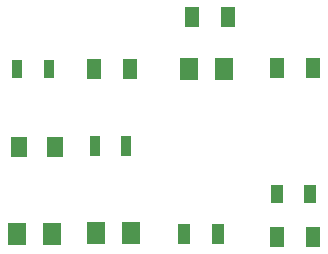
<source format=gbr>
G04*
G04 #@! TF.GenerationSoftware,Altium Limited,Altium Designer,24.9.1 (31)*
G04*
G04 Layer_Color=128*
%FSLAX44Y44*%
%MOMM*%
G71*
G04*
G04 #@! TF.SameCoordinates,2F21DDDD-2005-49F8-8A8E-0C037A8DA06E*
G04*
G04*
G04 #@! TF.FilePolarity,Positive*
G04*
G01*
G75*
%ADD26R,1.1000X1.6500*%
%ADD27R,1.1000X1.7000*%
%ADD28R,1.2500X1.8000*%
%ADD29R,0.9000X1.6000*%
%ADD30R,0.9561X1.6582*%
%ADD31R,1.4000X1.7500*%
%ADD32R,1.5046X1.9062*%
D26*
X283920Y90170D02*
D03*
X312420D02*
D03*
D27*
X234210Y55880D02*
D03*
X205210D02*
D03*
D28*
X212080Y240030D02*
D03*
X242580D02*
D03*
X160030Y195580D02*
D03*
X129530D02*
D03*
X284470Y53340D02*
D03*
X314970D02*
D03*
X284470Y196850D02*
D03*
X314970D02*
D03*
D29*
X91440Y195580D02*
D03*
X64440D02*
D03*
D30*
X130249Y130810D02*
D03*
X156771D02*
D03*
D31*
X66280Y129540D02*
D03*
X96280D02*
D03*
D32*
X239798Y195580D02*
D03*
X209782D02*
D03*
X131042Y57150D02*
D03*
X161058D02*
D03*
X93980Y55880D02*
D03*
X63964D02*
D03*
M02*

</source>
